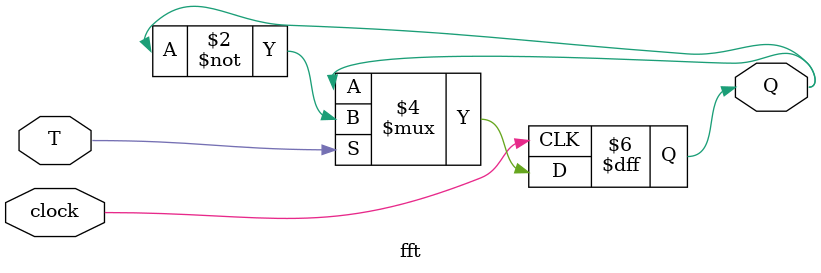
<source format=v>
module fft (T, clock, Q);

	// Declaracao de portas
	input T;
   input clock;
   output reg Q;

   // Inicialização dos estados de Q e Qb
   initial begin
       Q = 0;
   end

   always @(posedge clock) begin
	
      if (T) begin
			Q <= ~Q;
      end
   end

endmodule 
</source>
